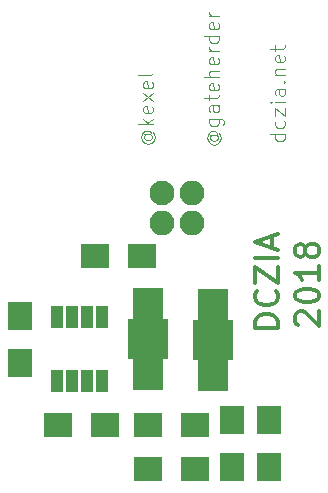
<source format=gts>
G04 #@! TF.FileFunction,Soldermask,Top*
%FSLAX46Y46*%
G04 Gerber Fmt 4.6, Leading zero omitted, Abs format (unit mm)*
G04 Created by KiCad (PCBNEW 4.0.7) date Thursday, July 26, 2018 'PMt' 01:10:45 PM*
%MOMM*%
%LPD*%
G01*
G04 APERTURE LIST*
%ADD10C,0.100000*%
%ADD11C,0.300000*%
%ADD12R,1.000000X1.950000*%
%ADD13R,2.400000X2.100000*%
%ADD14R,2.100000X2.400000*%
%ADD15C,2.100000*%
%ADD16O,2.100000X2.100000*%
%ADD17R,2.500000X2.900000*%
%ADD18R,3.400000X3.400000*%
G04 APERTURE END LIST*
D10*
X104756276Y-75782857D02*
X103506276Y-75782857D01*
X104696752Y-75782857D02*
X104756276Y-75901904D01*
X104756276Y-76140000D01*
X104696752Y-76259047D01*
X104637229Y-76318571D01*
X104518181Y-76378095D01*
X104161038Y-76378095D01*
X104041990Y-76318571D01*
X103982467Y-76259047D01*
X103922943Y-76140000D01*
X103922943Y-75901904D01*
X103982467Y-75782857D01*
X104696752Y-74651905D02*
X104756276Y-74770952D01*
X104756276Y-75009048D01*
X104696752Y-75128095D01*
X104637229Y-75187619D01*
X104518181Y-75247143D01*
X104161038Y-75247143D01*
X104041990Y-75187619D01*
X103982467Y-75128095D01*
X103922943Y-75009048D01*
X103922943Y-74770952D01*
X103982467Y-74651905D01*
X103922943Y-74235238D02*
X103922943Y-73580476D01*
X104756276Y-74235238D01*
X104756276Y-73580476D01*
X104756276Y-73104285D02*
X103922943Y-73104285D01*
X103506276Y-73104285D02*
X103565800Y-73163809D01*
X103625324Y-73104285D01*
X103565800Y-73044761D01*
X103506276Y-73104285D01*
X103625324Y-73104285D01*
X104756276Y-71973333D02*
X104101514Y-71973333D01*
X103982467Y-72032856D01*
X103922943Y-72151904D01*
X103922943Y-72389999D01*
X103982467Y-72509047D01*
X104696752Y-71973333D02*
X104756276Y-72092380D01*
X104756276Y-72389999D01*
X104696752Y-72509047D01*
X104577705Y-72568571D01*
X104458657Y-72568571D01*
X104339610Y-72509047D01*
X104280086Y-72389999D01*
X104280086Y-72092380D01*
X104220562Y-71973333D01*
X104637229Y-71378095D02*
X104696752Y-71318571D01*
X104756276Y-71378095D01*
X104696752Y-71437619D01*
X104637229Y-71378095D01*
X104756276Y-71378095D01*
X103922943Y-70782857D02*
X104756276Y-70782857D01*
X104041990Y-70782857D02*
X103982467Y-70723333D01*
X103922943Y-70604286D01*
X103922943Y-70425714D01*
X103982467Y-70306666D01*
X104101514Y-70247143D01*
X104756276Y-70247143D01*
X104696752Y-69175714D02*
X104756276Y-69294762D01*
X104756276Y-69532857D01*
X104696752Y-69651905D01*
X104577705Y-69711429D01*
X104101514Y-69711429D01*
X103982467Y-69651905D01*
X103922943Y-69532857D01*
X103922943Y-69294762D01*
X103982467Y-69175714D01*
X104101514Y-69116191D01*
X104220562Y-69116191D01*
X104339610Y-69711429D01*
X103922943Y-68759047D02*
X103922943Y-68282857D01*
X103506276Y-68580476D02*
X104577705Y-68580476D01*
X104696752Y-68520952D01*
X104756276Y-68401905D01*
X104756276Y-68282857D01*
D11*
X105826038Y-91947572D02*
X105730800Y-91852334D01*
X105635562Y-91661857D01*
X105635562Y-91185667D01*
X105730800Y-90995191D01*
X105826038Y-90899953D01*
X106016514Y-90804714D01*
X106206990Y-90804714D01*
X106492705Y-90899953D01*
X107635562Y-92042810D01*
X107635562Y-90804714D01*
X105635562Y-89566619D02*
X105635562Y-89376143D01*
X105730800Y-89185667D01*
X105826038Y-89090429D01*
X106016514Y-88995191D01*
X106397467Y-88899952D01*
X106873657Y-88899952D01*
X107254610Y-88995191D01*
X107445086Y-89090429D01*
X107540324Y-89185667D01*
X107635562Y-89376143D01*
X107635562Y-89566619D01*
X107540324Y-89757095D01*
X107445086Y-89852333D01*
X107254610Y-89947572D01*
X106873657Y-90042810D01*
X106397467Y-90042810D01*
X106016514Y-89947572D01*
X105826038Y-89852333D01*
X105730800Y-89757095D01*
X105635562Y-89566619D01*
X107635562Y-86995190D02*
X107635562Y-88138048D01*
X107635562Y-87566619D02*
X105635562Y-87566619D01*
X105921276Y-87757095D01*
X106111752Y-87947571D01*
X106206990Y-88138048D01*
X106492705Y-85852333D02*
X106397467Y-86042809D01*
X106302229Y-86138048D01*
X106111752Y-86233286D01*
X106016514Y-86233286D01*
X105826038Y-86138048D01*
X105730800Y-86042809D01*
X105635562Y-85852333D01*
X105635562Y-85471381D01*
X105730800Y-85280905D01*
X105826038Y-85185667D01*
X106016514Y-85090428D01*
X106111752Y-85090428D01*
X106302229Y-85185667D01*
X106397467Y-85280905D01*
X106492705Y-85471381D01*
X106492705Y-85852333D01*
X106587943Y-86042809D01*
X106683181Y-86138048D01*
X106873657Y-86233286D01*
X107254610Y-86233286D01*
X107445086Y-86138048D01*
X107540324Y-86042809D01*
X107635562Y-85852333D01*
X107635562Y-85471381D01*
X107540324Y-85280905D01*
X107445086Y-85185667D01*
X107254610Y-85090428D01*
X106873657Y-85090428D01*
X106683181Y-85185667D01*
X106587943Y-85280905D01*
X106492705Y-85471381D01*
D10*
X98573038Y-75852143D02*
X98513514Y-75911667D01*
X98453990Y-76030715D01*
X98453990Y-76149762D01*
X98513514Y-76268810D01*
X98573038Y-76328334D01*
X98692086Y-76387858D01*
X98811133Y-76387858D01*
X98930181Y-76328334D01*
X98989705Y-76268810D01*
X99049229Y-76149762D01*
X99049229Y-76030715D01*
X98989705Y-75911667D01*
X98930181Y-75852143D01*
X98453990Y-75852143D02*
X98930181Y-75852143D01*
X98989705Y-75792620D01*
X98989705Y-75733096D01*
X98930181Y-75614048D01*
X98811133Y-75554524D01*
X98513514Y-75554524D01*
X98334943Y-75673572D01*
X98215895Y-75852143D01*
X98156371Y-76090239D01*
X98215895Y-76328334D01*
X98334943Y-76506905D01*
X98513514Y-76625953D01*
X98751610Y-76685477D01*
X98989705Y-76625953D01*
X99168276Y-76506905D01*
X99287324Y-76328334D01*
X99346848Y-76090239D01*
X99287324Y-75852143D01*
X99168276Y-75673572D01*
X98334943Y-74483096D02*
X99346848Y-74483096D01*
X99465895Y-74542619D01*
X99525419Y-74602143D01*
X99584943Y-74721191D01*
X99584943Y-74899762D01*
X99525419Y-75018810D01*
X99108752Y-74483096D02*
X99168276Y-74602143D01*
X99168276Y-74840239D01*
X99108752Y-74959286D01*
X99049229Y-75018810D01*
X98930181Y-75078334D01*
X98573038Y-75078334D01*
X98453990Y-75018810D01*
X98394467Y-74959286D01*
X98334943Y-74840239D01*
X98334943Y-74602143D01*
X98394467Y-74483096D01*
X99168276Y-73352144D02*
X98513514Y-73352144D01*
X98394467Y-73411667D01*
X98334943Y-73530715D01*
X98334943Y-73768810D01*
X98394467Y-73887858D01*
X99108752Y-73352144D02*
X99168276Y-73471191D01*
X99168276Y-73768810D01*
X99108752Y-73887858D01*
X98989705Y-73947382D01*
X98870657Y-73947382D01*
X98751610Y-73887858D01*
X98692086Y-73768810D01*
X98692086Y-73471191D01*
X98632562Y-73352144D01*
X98334943Y-72935477D02*
X98334943Y-72459287D01*
X97918276Y-72756906D02*
X98989705Y-72756906D01*
X99108752Y-72697382D01*
X99168276Y-72578335D01*
X99168276Y-72459287D01*
X99108752Y-71566429D02*
X99168276Y-71685477D01*
X99168276Y-71923572D01*
X99108752Y-72042620D01*
X98989705Y-72102144D01*
X98513514Y-72102144D01*
X98394467Y-72042620D01*
X98334943Y-71923572D01*
X98334943Y-71685477D01*
X98394467Y-71566429D01*
X98513514Y-71506906D01*
X98632562Y-71506906D01*
X98751610Y-72102144D01*
X99168276Y-70971191D02*
X97918276Y-70971191D01*
X99168276Y-70435477D02*
X98513514Y-70435477D01*
X98394467Y-70495000D01*
X98334943Y-70614048D01*
X98334943Y-70792620D01*
X98394467Y-70911667D01*
X98453990Y-70971191D01*
X99108752Y-69364048D02*
X99168276Y-69483096D01*
X99168276Y-69721191D01*
X99108752Y-69840239D01*
X98989705Y-69899763D01*
X98513514Y-69899763D01*
X98394467Y-69840239D01*
X98334943Y-69721191D01*
X98334943Y-69483096D01*
X98394467Y-69364048D01*
X98513514Y-69304525D01*
X98632562Y-69304525D01*
X98751610Y-69899763D01*
X99168276Y-68768810D02*
X98334943Y-68768810D01*
X98573038Y-68768810D02*
X98453990Y-68709286D01*
X98394467Y-68649762D01*
X98334943Y-68530715D01*
X98334943Y-68411667D01*
X99168276Y-67459286D02*
X97918276Y-67459286D01*
X99108752Y-67459286D02*
X99168276Y-67578333D01*
X99168276Y-67816429D01*
X99108752Y-67935476D01*
X99049229Y-67995000D01*
X98930181Y-68054524D01*
X98573038Y-68054524D01*
X98453990Y-67995000D01*
X98394467Y-67935476D01*
X98334943Y-67816429D01*
X98334943Y-67578333D01*
X98394467Y-67459286D01*
X99108752Y-66387857D02*
X99168276Y-66506905D01*
X99168276Y-66745000D01*
X99108752Y-66864048D01*
X98989705Y-66923572D01*
X98513514Y-66923572D01*
X98394467Y-66864048D01*
X98334943Y-66745000D01*
X98334943Y-66506905D01*
X98394467Y-66387857D01*
X98513514Y-66328334D01*
X98632562Y-66328334D01*
X98751610Y-66923572D01*
X99168276Y-65792619D02*
X98334943Y-65792619D01*
X98573038Y-65792619D02*
X98453990Y-65733095D01*
X98394467Y-65673571D01*
X98334943Y-65554524D01*
X98334943Y-65435476D01*
X92985038Y-75802857D02*
X92925514Y-75862381D01*
X92865990Y-75981429D01*
X92865990Y-76100476D01*
X92925514Y-76219524D01*
X92985038Y-76279048D01*
X93104086Y-76338572D01*
X93223133Y-76338572D01*
X93342181Y-76279048D01*
X93401705Y-76219524D01*
X93461229Y-76100476D01*
X93461229Y-75981429D01*
X93401705Y-75862381D01*
X93342181Y-75802857D01*
X92865990Y-75802857D02*
X93342181Y-75802857D01*
X93401705Y-75743334D01*
X93401705Y-75683810D01*
X93342181Y-75564762D01*
X93223133Y-75505238D01*
X92925514Y-75505238D01*
X92746943Y-75624286D01*
X92627895Y-75802857D01*
X92568371Y-76040953D01*
X92627895Y-76279048D01*
X92746943Y-76457619D01*
X92925514Y-76576667D01*
X93163610Y-76636191D01*
X93401705Y-76576667D01*
X93580276Y-76457619D01*
X93699324Y-76279048D01*
X93758848Y-76040953D01*
X93699324Y-75802857D01*
X93580276Y-75624286D01*
X93580276Y-74969524D02*
X92330276Y-74969524D01*
X93104086Y-74850476D02*
X93580276Y-74493333D01*
X92746943Y-74493333D02*
X93223133Y-74969524D01*
X93520752Y-73481428D02*
X93580276Y-73600476D01*
X93580276Y-73838571D01*
X93520752Y-73957619D01*
X93401705Y-74017143D01*
X92925514Y-74017143D01*
X92806467Y-73957619D01*
X92746943Y-73838571D01*
X92746943Y-73600476D01*
X92806467Y-73481428D01*
X92925514Y-73421905D01*
X93044562Y-73421905D01*
X93163610Y-74017143D01*
X93580276Y-73005238D02*
X92746943Y-72350476D01*
X92746943Y-73005238D02*
X93580276Y-72350476D01*
X93520752Y-71398094D02*
X93580276Y-71517142D01*
X93580276Y-71755237D01*
X93520752Y-71874285D01*
X93401705Y-71933809D01*
X92925514Y-71933809D01*
X92806467Y-71874285D01*
X92746943Y-71755237D01*
X92746943Y-71517142D01*
X92806467Y-71398094D01*
X92925514Y-71338571D01*
X93044562Y-71338571D01*
X93163610Y-71933809D01*
X93580276Y-70624285D02*
X93520752Y-70743332D01*
X93401705Y-70802856D01*
X92330276Y-70802856D01*
D11*
X104206562Y-92201524D02*
X102206562Y-92201524D01*
X102206562Y-91725333D01*
X102301800Y-91439619D01*
X102492276Y-91249143D01*
X102682752Y-91153904D01*
X103063705Y-91058666D01*
X103349419Y-91058666D01*
X103730371Y-91153904D01*
X103920848Y-91249143D01*
X104111324Y-91439619D01*
X104206562Y-91725333D01*
X104206562Y-92201524D01*
X104016086Y-89058666D02*
X104111324Y-89153904D01*
X104206562Y-89439619D01*
X104206562Y-89630095D01*
X104111324Y-89915809D01*
X103920848Y-90106285D01*
X103730371Y-90201524D01*
X103349419Y-90296762D01*
X103063705Y-90296762D01*
X102682752Y-90201524D01*
X102492276Y-90106285D01*
X102301800Y-89915809D01*
X102206562Y-89630095D01*
X102206562Y-89439619D01*
X102301800Y-89153904D01*
X102397038Y-89058666D01*
X102206562Y-88392000D02*
X102206562Y-87058666D01*
X104206562Y-88392000D01*
X104206562Y-87058666D01*
X104206562Y-86296762D02*
X102206562Y-86296762D01*
X103635133Y-85439619D02*
X103635133Y-84487238D01*
X104206562Y-85630095D02*
X102206562Y-84963428D01*
X104206562Y-84296761D01*
D12*
X85471000Y-96680000D03*
X86741000Y-96680000D03*
X88011000Y-96680000D03*
X89281000Y-96680000D03*
X89281000Y-91280000D03*
X88011000Y-91280000D03*
X86741000Y-91280000D03*
X85471000Y-91280000D03*
D13*
X92678000Y-86106000D03*
X88678000Y-86106000D03*
X97123000Y-104140000D03*
X93123000Y-104140000D03*
X93123000Y-100457000D03*
X97123000Y-100457000D03*
X89503000Y-100457000D03*
X85503000Y-100457000D03*
D14*
X82346800Y-91218000D03*
X82346800Y-95218000D03*
X100253800Y-99981000D03*
X100253800Y-103981000D03*
X103428800Y-99981000D03*
X103428800Y-103981000D03*
D15*
X94361000Y-80772000D03*
D16*
X94361000Y-83312000D03*
X96901000Y-80772000D03*
X96901000Y-83312000D03*
D17*
X93157040Y-90284300D03*
X93157040Y-95999300D03*
D18*
X93157040Y-93141800D03*
D17*
X98679000Y-90360500D03*
X98679000Y-96075500D03*
D18*
X98679000Y-93218000D03*
M02*

</source>
